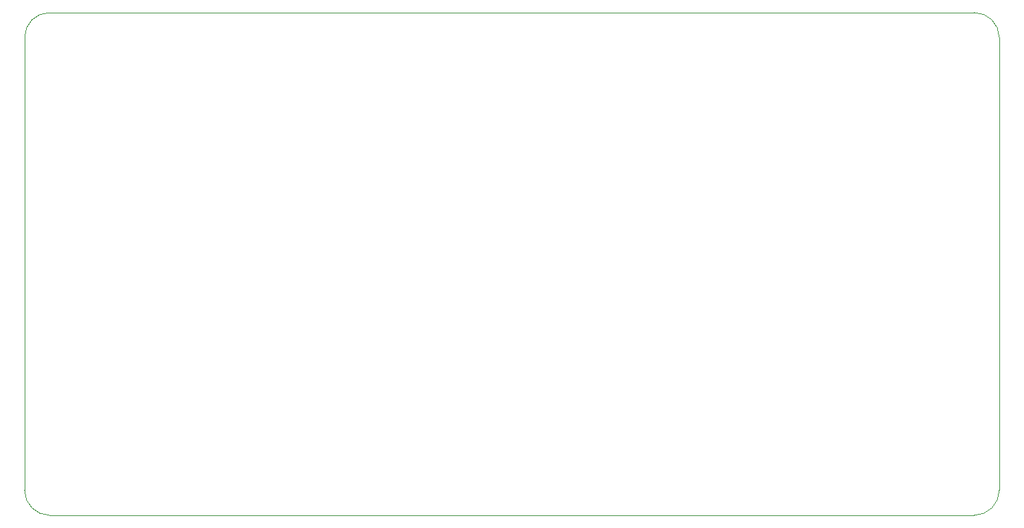
<source format=gbr>
%TF.GenerationSoftware,KiCad,Pcbnew,9.0.7*%
%TF.CreationDate,2026-01-07T19:43:00+01:00*%
%TF.ProjectId,power-electronics2,706f7765-722d-4656-9c65-6374726f6e69,rev?*%
%TF.SameCoordinates,Original*%
%TF.FileFunction,Profile,NP*%
%FSLAX46Y46*%
G04 Gerber Fmt 4.6, Leading zero omitted, Abs format (unit mm)*
G04 Created by KiCad (PCBNEW 9.0.7) date 2026-01-07 19:43:00*
%MOMM*%
%LPD*%
G01*
G04 APERTURE LIST*
%TA.AperFunction,Profile*%
%ADD10C,0.050000*%
%TD*%
G04 APERTURE END LIST*
D10*
X23320000Y-75438000D02*
G75*
G02*
X20320000Y-72438000I0J3000000D01*
G01*
X20320000Y-17986000D02*
G75*
G02*
X23320000Y-14986000I3000000J0D01*
G01*
X137414000Y-72438000D02*
G75*
G02*
X134414000Y-75438000I-3000000J0D01*
G01*
X134414000Y-14986000D02*
G75*
G02*
X137414000Y-17986000I0J-3000000D01*
G01*
X20320000Y-72438000D02*
X20320000Y-17986000D01*
X134414000Y-75438000D02*
X23320000Y-75438000D01*
X23320000Y-14986000D02*
X134414000Y-14986000D01*
X137414000Y-17986000D02*
X137414000Y-72438000D01*
M02*

</source>
